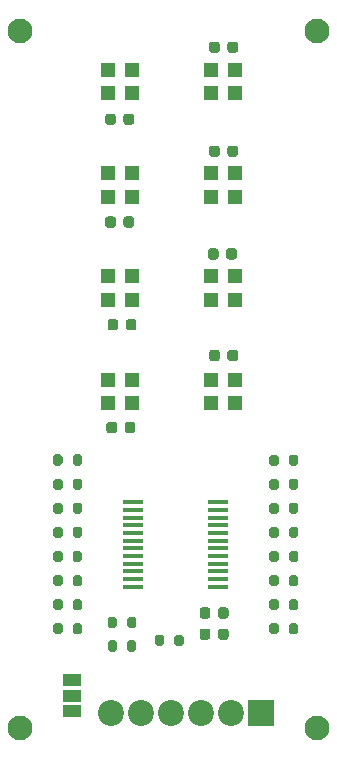
<source format=gts>
%TF.GenerationSoftware,KiCad,Pcbnew,(5.1.12)-1*%
%TF.CreationDate,2022-08-18T11:36:15-07:00*%
%TF.ProjectId,HighPressureSensorArray,48696768-5072-4657-9373-75726553656e,rev?*%
%TF.SameCoordinates,Original*%
%TF.FileFunction,Soldermask,Top*%
%TF.FilePolarity,Negative*%
%FSLAX46Y46*%
G04 Gerber Fmt 4.6, Leading zero omitted, Abs format (unit mm)*
G04 Created by KiCad (PCBNEW (5.1.12)-1) date 2022-08-18 11:36:15*
%MOMM*%
%LPD*%
G01*
G04 APERTURE LIST*
%ADD10R,1.750000X0.450000*%
%ADD11R,1.300000X1.300000*%
%ADD12C,2.100000*%
%ADD13R,1.500000X1.000000*%
%ADD14R,2.200000X2.200000*%
%ADD15C,2.200000*%
G04 APERTURE END LIST*
G36*
G01*
X125625000Y-44150000D02*
X125625000Y-43650000D01*
G75*
G02*
X125850000Y-43425000I225000J0D01*
G01*
X126300000Y-43425000D01*
G75*
G02*
X126525000Y-43650000I0J-225000D01*
G01*
X126525000Y-44150000D01*
G75*
G02*
X126300000Y-44375000I-225000J0D01*
G01*
X125850000Y-44375000D01*
G75*
G02*
X125625000Y-44150000I0J225000D01*
G01*
G37*
G36*
G01*
X124075000Y-44150000D02*
X124075000Y-43650000D01*
G75*
G02*
X124300000Y-43425000I225000J0D01*
G01*
X124750000Y-43425000D01*
G75*
G02*
X124975000Y-43650000I0J-225000D01*
G01*
X124975000Y-44150000D01*
G75*
G02*
X124750000Y-44375000I-225000J0D01*
G01*
X124300000Y-44375000D01*
G75*
G02*
X124075000Y-44150000I0J225000D01*
G01*
G37*
G36*
G01*
X124075000Y-52850000D02*
X124075000Y-52350000D01*
G75*
G02*
X124300000Y-52125000I225000J0D01*
G01*
X124750000Y-52125000D01*
G75*
G02*
X124975000Y-52350000I0J-225000D01*
G01*
X124975000Y-52850000D01*
G75*
G02*
X124750000Y-53075000I-225000J0D01*
G01*
X124300000Y-53075000D01*
G75*
G02*
X124075000Y-52850000I0J225000D01*
G01*
G37*
G36*
G01*
X125625000Y-52850000D02*
X125625000Y-52350000D01*
G75*
G02*
X125850000Y-52125000I225000J0D01*
G01*
X126300000Y-52125000D01*
G75*
G02*
X126525000Y-52350000I0J-225000D01*
G01*
X126525000Y-52850000D01*
G75*
G02*
X126300000Y-53075000I-225000J0D01*
G01*
X125850000Y-53075000D01*
G75*
G02*
X125625000Y-52850000I0J225000D01*
G01*
G37*
G36*
G01*
X125825000Y-61550000D02*
X125825000Y-61050000D01*
G75*
G02*
X126050000Y-60825000I225000J0D01*
G01*
X126500000Y-60825000D01*
G75*
G02*
X126725000Y-61050000I0J-225000D01*
G01*
X126725000Y-61550000D01*
G75*
G02*
X126500000Y-61775000I-225000J0D01*
G01*
X126050000Y-61775000D01*
G75*
G02*
X125825000Y-61550000I0J225000D01*
G01*
G37*
G36*
G01*
X124275000Y-61550000D02*
X124275000Y-61050000D01*
G75*
G02*
X124500000Y-60825000I225000J0D01*
G01*
X124950000Y-60825000D01*
G75*
G02*
X125175000Y-61050000I0J-225000D01*
G01*
X125175000Y-61550000D01*
G75*
G02*
X124950000Y-61775000I-225000J0D01*
G01*
X124500000Y-61775000D01*
G75*
G02*
X124275000Y-61550000I0J225000D01*
G01*
G37*
G36*
G01*
X124175000Y-70250000D02*
X124175000Y-69750000D01*
G75*
G02*
X124400000Y-69525000I225000J0D01*
G01*
X124850000Y-69525000D01*
G75*
G02*
X125075000Y-69750000I0J-225000D01*
G01*
X125075000Y-70250000D01*
G75*
G02*
X124850000Y-70475000I-225000J0D01*
G01*
X124400000Y-70475000D01*
G75*
G02*
X124175000Y-70250000I0J225000D01*
G01*
G37*
G36*
G01*
X125725000Y-70250000D02*
X125725000Y-69750000D01*
G75*
G02*
X125950000Y-69525000I225000J0D01*
G01*
X126400000Y-69525000D01*
G75*
G02*
X126625000Y-69750000I0J-225000D01*
G01*
X126625000Y-70250000D01*
G75*
G02*
X126400000Y-70475000I-225000J0D01*
G01*
X125950000Y-70475000D01*
G75*
G02*
X125725000Y-70250000I0J225000D01*
G01*
G37*
G36*
G01*
X133775000Y-37550000D02*
X133775000Y-38050000D01*
G75*
G02*
X133550000Y-38275000I-225000J0D01*
G01*
X133100000Y-38275000D01*
G75*
G02*
X132875000Y-38050000I0J225000D01*
G01*
X132875000Y-37550000D01*
G75*
G02*
X133100000Y-37325000I225000J0D01*
G01*
X133550000Y-37325000D01*
G75*
G02*
X133775000Y-37550000I0J-225000D01*
G01*
G37*
G36*
G01*
X135325000Y-37550000D02*
X135325000Y-38050000D01*
G75*
G02*
X135100000Y-38275000I-225000J0D01*
G01*
X134650000Y-38275000D01*
G75*
G02*
X134425000Y-38050000I0J225000D01*
G01*
X134425000Y-37550000D01*
G75*
G02*
X134650000Y-37325000I225000J0D01*
G01*
X135100000Y-37325000D01*
G75*
G02*
X135325000Y-37550000I0J-225000D01*
G01*
G37*
G36*
G01*
X135325000Y-46350000D02*
X135325000Y-46850000D01*
G75*
G02*
X135100000Y-47075000I-225000J0D01*
G01*
X134650000Y-47075000D01*
G75*
G02*
X134425000Y-46850000I0J225000D01*
G01*
X134425000Y-46350000D01*
G75*
G02*
X134650000Y-46125000I225000J0D01*
G01*
X135100000Y-46125000D01*
G75*
G02*
X135325000Y-46350000I0J-225000D01*
G01*
G37*
G36*
G01*
X133775000Y-46350000D02*
X133775000Y-46850000D01*
G75*
G02*
X133550000Y-47075000I-225000J0D01*
G01*
X133100000Y-47075000D01*
G75*
G02*
X132875000Y-46850000I0J225000D01*
G01*
X132875000Y-46350000D01*
G75*
G02*
X133100000Y-46125000I225000J0D01*
G01*
X133550000Y-46125000D01*
G75*
G02*
X133775000Y-46350000I0J-225000D01*
G01*
G37*
G36*
G01*
X135225000Y-55050000D02*
X135225000Y-55550000D01*
G75*
G02*
X135000000Y-55775000I-225000J0D01*
G01*
X134550000Y-55775000D01*
G75*
G02*
X134325000Y-55550000I0J225000D01*
G01*
X134325000Y-55050000D01*
G75*
G02*
X134550000Y-54825000I225000J0D01*
G01*
X135000000Y-54825000D01*
G75*
G02*
X135225000Y-55050000I0J-225000D01*
G01*
G37*
G36*
G01*
X133675000Y-55050000D02*
X133675000Y-55550000D01*
G75*
G02*
X133450000Y-55775000I-225000J0D01*
G01*
X133000000Y-55775000D01*
G75*
G02*
X132775000Y-55550000I0J225000D01*
G01*
X132775000Y-55050000D01*
G75*
G02*
X133000000Y-54825000I225000J0D01*
G01*
X133450000Y-54825000D01*
G75*
G02*
X133675000Y-55050000I0J-225000D01*
G01*
G37*
G36*
G01*
X133775000Y-63650000D02*
X133775000Y-64150000D01*
G75*
G02*
X133550000Y-64375000I-225000J0D01*
G01*
X133100000Y-64375000D01*
G75*
G02*
X132875000Y-64150000I0J225000D01*
G01*
X132875000Y-63650000D01*
G75*
G02*
X133100000Y-63425000I225000J0D01*
G01*
X133550000Y-63425000D01*
G75*
G02*
X133775000Y-63650000I0J-225000D01*
G01*
G37*
G36*
G01*
X135325000Y-63650000D02*
X135325000Y-64150000D01*
G75*
G02*
X135100000Y-64375000I-225000J0D01*
G01*
X134650000Y-64375000D01*
G75*
G02*
X134425000Y-64150000I0J225000D01*
G01*
X134425000Y-63650000D01*
G75*
G02*
X134650000Y-63425000I225000J0D01*
G01*
X135100000Y-63425000D01*
G75*
G02*
X135325000Y-63650000I0J-225000D01*
G01*
G37*
G36*
G01*
X132075000Y-85950000D02*
X132075000Y-85450000D01*
G75*
G02*
X132300000Y-85225000I225000J0D01*
G01*
X132750000Y-85225000D01*
G75*
G02*
X132975000Y-85450000I0J-225000D01*
G01*
X132975000Y-85950000D01*
G75*
G02*
X132750000Y-86175000I-225000J0D01*
G01*
X132300000Y-86175000D01*
G75*
G02*
X132075000Y-85950000I0J225000D01*
G01*
G37*
G36*
G01*
X133625000Y-85950000D02*
X133625000Y-85450000D01*
G75*
G02*
X133850000Y-85225000I225000J0D01*
G01*
X134300000Y-85225000D01*
G75*
G02*
X134525000Y-85450000I0J-225000D01*
G01*
X134525000Y-85950000D01*
G75*
G02*
X134300000Y-86175000I-225000J0D01*
G01*
X133850000Y-86175000D01*
G75*
G02*
X133625000Y-85950000I0J225000D01*
G01*
G37*
G36*
G01*
X133625000Y-87750000D02*
X133625000Y-87250000D01*
G75*
G02*
X133850000Y-87025000I225000J0D01*
G01*
X134300000Y-87025000D01*
G75*
G02*
X134525000Y-87250000I0J-225000D01*
G01*
X134525000Y-87750000D01*
G75*
G02*
X134300000Y-87975000I-225000J0D01*
G01*
X133850000Y-87975000D01*
G75*
G02*
X133625000Y-87750000I0J225000D01*
G01*
G37*
G36*
G01*
X132075000Y-87750000D02*
X132075000Y-87250000D01*
G75*
G02*
X132300000Y-87025000I225000J0D01*
G01*
X132750000Y-87025000D01*
G75*
G02*
X132975000Y-87250000I0J-225000D01*
G01*
X132975000Y-87750000D01*
G75*
G02*
X132750000Y-87975000I-225000J0D01*
G01*
X132300000Y-87975000D01*
G75*
G02*
X132075000Y-87750000I0J225000D01*
G01*
G37*
G36*
G01*
X138775000Y-74522958D02*
X138775000Y-75072958D01*
G75*
G02*
X138575000Y-75272958I-200000J0D01*
G01*
X138175000Y-75272958D01*
G75*
G02*
X137975000Y-75072958I0J200000D01*
G01*
X137975000Y-74522958D01*
G75*
G02*
X138175000Y-74322958I200000J0D01*
G01*
X138575000Y-74322958D01*
G75*
G02*
X138775000Y-74522958I0J-200000D01*
G01*
G37*
G36*
G01*
X140425000Y-74522958D02*
X140425000Y-75072958D01*
G75*
G02*
X140225000Y-75272958I-200000J0D01*
G01*
X139825000Y-75272958D01*
G75*
G02*
X139625000Y-75072958I0J200000D01*
G01*
X139625000Y-74522958D01*
G75*
G02*
X139825000Y-74322958I200000J0D01*
G01*
X140225000Y-74322958D01*
G75*
G02*
X140425000Y-74522958I0J-200000D01*
G01*
G37*
G36*
G01*
X140425000Y-72482142D02*
X140425000Y-73032142D01*
G75*
G02*
X140225000Y-73232142I-200000J0D01*
G01*
X139825000Y-73232142D01*
G75*
G02*
X139625000Y-73032142I0J200000D01*
G01*
X139625000Y-72482142D01*
G75*
G02*
X139825000Y-72282142I200000J0D01*
G01*
X140225000Y-72282142D01*
G75*
G02*
X140425000Y-72482142I0J-200000D01*
G01*
G37*
G36*
G01*
X138775000Y-72482142D02*
X138775000Y-73032142D01*
G75*
G02*
X138575000Y-73232142I-200000J0D01*
G01*
X138175000Y-73232142D01*
G75*
G02*
X137975000Y-73032142I0J200000D01*
G01*
X137975000Y-72482142D01*
G75*
G02*
X138175000Y-72282142I200000J0D01*
G01*
X138575000Y-72282142D01*
G75*
G02*
X138775000Y-72482142I0J-200000D01*
G01*
G37*
G36*
G01*
X140425000Y-78604590D02*
X140425000Y-79154590D01*
G75*
G02*
X140225000Y-79354590I-200000J0D01*
G01*
X139825000Y-79354590D01*
G75*
G02*
X139625000Y-79154590I0J200000D01*
G01*
X139625000Y-78604590D01*
G75*
G02*
X139825000Y-78404590I200000J0D01*
G01*
X140225000Y-78404590D01*
G75*
G02*
X140425000Y-78604590I0J-200000D01*
G01*
G37*
G36*
G01*
X138775000Y-78604590D02*
X138775000Y-79154590D01*
G75*
G02*
X138575000Y-79354590I-200000J0D01*
G01*
X138175000Y-79354590D01*
G75*
G02*
X137975000Y-79154590I0J200000D01*
G01*
X137975000Y-78604590D01*
G75*
G02*
X138175000Y-78404590I200000J0D01*
G01*
X138575000Y-78404590D01*
G75*
G02*
X138775000Y-78604590I0J-200000D01*
G01*
G37*
G36*
G01*
X138775000Y-76563774D02*
X138775000Y-77113774D01*
G75*
G02*
X138575000Y-77313774I-200000J0D01*
G01*
X138175000Y-77313774D01*
G75*
G02*
X137975000Y-77113774I0J200000D01*
G01*
X137975000Y-76563774D01*
G75*
G02*
X138175000Y-76363774I200000J0D01*
G01*
X138575000Y-76363774D01*
G75*
G02*
X138775000Y-76563774I0J-200000D01*
G01*
G37*
G36*
G01*
X140425000Y-76563774D02*
X140425000Y-77113774D01*
G75*
G02*
X140225000Y-77313774I-200000J0D01*
G01*
X139825000Y-77313774D01*
G75*
G02*
X139625000Y-77113774I0J200000D01*
G01*
X139625000Y-76563774D01*
G75*
G02*
X139825000Y-76363774I200000J0D01*
G01*
X140225000Y-76363774D01*
G75*
G02*
X140425000Y-76563774I0J-200000D01*
G01*
G37*
G36*
G01*
X138775000Y-82686222D02*
X138775000Y-83236222D01*
G75*
G02*
X138575000Y-83436222I-200000J0D01*
G01*
X138175000Y-83436222D01*
G75*
G02*
X137975000Y-83236222I0J200000D01*
G01*
X137975000Y-82686222D01*
G75*
G02*
X138175000Y-82486222I200000J0D01*
G01*
X138575000Y-82486222D01*
G75*
G02*
X138775000Y-82686222I0J-200000D01*
G01*
G37*
G36*
G01*
X140425000Y-82686222D02*
X140425000Y-83236222D01*
G75*
G02*
X140225000Y-83436222I-200000J0D01*
G01*
X139825000Y-83436222D01*
G75*
G02*
X139625000Y-83236222I0J200000D01*
G01*
X139625000Y-82686222D01*
G75*
G02*
X139825000Y-82486222I200000J0D01*
G01*
X140225000Y-82486222D01*
G75*
G02*
X140425000Y-82686222I0J-200000D01*
G01*
G37*
G36*
G01*
X140425000Y-80645406D02*
X140425000Y-81195406D01*
G75*
G02*
X140225000Y-81395406I-200000J0D01*
G01*
X139825000Y-81395406D01*
G75*
G02*
X139625000Y-81195406I0J200000D01*
G01*
X139625000Y-80645406D01*
G75*
G02*
X139825000Y-80445406I200000J0D01*
G01*
X140225000Y-80445406D01*
G75*
G02*
X140425000Y-80645406I0J-200000D01*
G01*
G37*
G36*
G01*
X138775000Y-80645406D02*
X138775000Y-81195406D01*
G75*
G02*
X138575000Y-81395406I-200000J0D01*
G01*
X138175000Y-81395406D01*
G75*
G02*
X137975000Y-81195406I0J200000D01*
G01*
X137975000Y-80645406D01*
G75*
G02*
X138175000Y-80445406I200000J0D01*
G01*
X138575000Y-80445406D01*
G75*
G02*
X138775000Y-80645406I0J-200000D01*
G01*
G37*
G36*
G01*
X140425000Y-86767857D02*
X140425000Y-87317857D01*
G75*
G02*
X140225000Y-87517857I-200000J0D01*
G01*
X139825000Y-87517857D01*
G75*
G02*
X139625000Y-87317857I0J200000D01*
G01*
X139625000Y-86767857D01*
G75*
G02*
X139825000Y-86567857I200000J0D01*
G01*
X140225000Y-86567857D01*
G75*
G02*
X140425000Y-86767857I0J-200000D01*
G01*
G37*
G36*
G01*
X138775000Y-86767857D02*
X138775000Y-87317857D01*
G75*
G02*
X138575000Y-87517857I-200000J0D01*
G01*
X138175000Y-87517857D01*
G75*
G02*
X137975000Y-87317857I0J200000D01*
G01*
X137975000Y-86767857D01*
G75*
G02*
X138175000Y-86567857I200000J0D01*
G01*
X138575000Y-86567857D01*
G75*
G02*
X138775000Y-86767857I0J-200000D01*
G01*
G37*
G36*
G01*
X138775000Y-84727038D02*
X138775000Y-85277038D01*
G75*
G02*
X138575000Y-85477038I-200000J0D01*
G01*
X138175000Y-85477038D01*
G75*
G02*
X137975000Y-85277038I0J200000D01*
G01*
X137975000Y-84727038D01*
G75*
G02*
X138175000Y-84527038I200000J0D01*
G01*
X138575000Y-84527038D01*
G75*
G02*
X138775000Y-84727038I0J-200000D01*
G01*
G37*
G36*
G01*
X140425000Y-84727038D02*
X140425000Y-85277038D01*
G75*
G02*
X140225000Y-85477038I-200000J0D01*
G01*
X139825000Y-85477038D01*
G75*
G02*
X139625000Y-85277038I0J200000D01*
G01*
X139625000Y-84727038D01*
G75*
G02*
X139825000Y-84527038I200000J0D01*
G01*
X140225000Y-84527038D01*
G75*
G02*
X140425000Y-84727038I0J-200000D01*
G01*
G37*
G36*
G01*
X119675000Y-85276016D02*
X119675000Y-84726016D01*
G75*
G02*
X119875000Y-84526016I200000J0D01*
G01*
X120275000Y-84526016D01*
G75*
G02*
X120475000Y-84726016I0J-200000D01*
G01*
X120475000Y-85276016D01*
G75*
G02*
X120275000Y-85476016I-200000J0D01*
G01*
X119875000Y-85476016D01*
G75*
G02*
X119675000Y-85276016I0J200000D01*
G01*
G37*
G36*
G01*
X121325000Y-85276016D02*
X121325000Y-84726016D01*
G75*
G02*
X121525000Y-84526016I200000J0D01*
G01*
X121925000Y-84526016D01*
G75*
G02*
X122125000Y-84726016I0J-200000D01*
G01*
X122125000Y-85276016D01*
G75*
G02*
X121925000Y-85476016I-200000J0D01*
G01*
X121525000Y-85476016D01*
G75*
G02*
X121325000Y-85276016I0J200000D01*
G01*
G37*
G36*
G01*
X119675000Y-87317857D02*
X119675000Y-86767857D01*
G75*
G02*
X119875000Y-86567857I200000J0D01*
G01*
X120275000Y-86567857D01*
G75*
G02*
X120475000Y-86767857I0J-200000D01*
G01*
X120475000Y-87317857D01*
G75*
G02*
X120275000Y-87517857I-200000J0D01*
G01*
X119875000Y-87517857D01*
G75*
G02*
X119675000Y-87317857I0J200000D01*
G01*
G37*
G36*
G01*
X121325000Y-87317857D02*
X121325000Y-86767857D01*
G75*
G02*
X121525000Y-86567857I200000J0D01*
G01*
X121925000Y-86567857D01*
G75*
G02*
X122125000Y-86767857I0J-200000D01*
G01*
X122125000Y-87317857D01*
G75*
G02*
X121925000Y-87517857I-200000J0D01*
G01*
X121525000Y-87517857D01*
G75*
G02*
X121325000Y-87317857I0J200000D01*
G01*
G37*
G36*
G01*
X119675000Y-81192344D02*
X119675000Y-80642344D01*
G75*
G02*
X119875000Y-80442344I200000J0D01*
G01*
X120275000Y-80442344D01*
G75*
G02*
X120475000Y-80642344I0J-200000D01*
G01*
X120475000Y-81192344D01*
G75*
G02*
X120275000Y-81392344I-200000J0D01*
G01*
X119875000Y-81392344D01*
G75*
G02*
X119675000Y-81192344I0J200000D01*
G01*
G37*
G36*
G01*
X121325000Y-81192344D02*
X121325000Y-80642344D01*
G75*
G02*
X121525000Y-80442344I200000J0D01*
G01*
X121925000Y-80442344D01*
G75*
G02*
X122125000Y-80642344I0J-200000D01*
G01*
X122125000Y-81192344D01*
G75*
G02*
X121925000Y-81392344I-200000J0D01*
G01*
X121525000Y-81392344D01*
G75*
G02*
X121325000Y-81192344I0J200000D01*
G01*
G37*
G36*
G01*
X121325000Y-83234180D02*
X121325000Y-82684180D01*
G75*
G02*
X121525000Y-82484180I200000J0D01*
G01*
X121925000Y-82484180D01*
G75*
G02*
X122125000Y-82684180I0J-200000D01*
G01*
X122125000Y-83234180D01*
G75*
G02*
X121925000Y-83434180I-200000J0D01*
G01*
X121525000Y-83434180D01*
G75*
G02*
X121325000Y-83234180I0J200000D01*
G01*
G37*
G36*
G01*
X119675000Y-83234180D02*
X119675000Y-82684180D01*
G75*
G02*
X119875000Y-82484180I200000J0D01*
G01*
X120275000Y-82484180D01*
G75*
G02*
X120475000Y-82684180I0J-200000D01*
G01*
X120475000Y-83234180D01*
G75*
G02*
X120275000Y-83434180I-200000J0D01*
G01*
X119875000Y-83434180D01*
G75*
G02*
X119675000Y-83234180I0J200000D01*
G01*
G37*
G36*
G01*
X119675000Y-77108672D02*
X119675000Y-76558672D01*
G75*
G02*
X119875000Y-76358672I200000J0D01*
G01*
X120275000Y-76358672D01*
G75*
G02*
X120475000Y-76558672I0J-200000D01*
G01*
X120475000Y-77108672D01*
G75*
G02*
X120275000Y-77308672I-200000J0D01*
G01*
X119875000Y-77308672D01*
G75*
G02*
X119675000Y-77108672I0J200000D01*
G01*
G37*
G36*
G01*
X121325000Y-77108672D02*
X121325000Y-76558672D01*
G75*
G02*
X121525000Y-76358672I200000J0D01*
G01*
X121925000Y-76358672D01*
G75*
G02*
X122125000Y-76558672I0J-200000D01*
G01*
X122125000Y-77108672D01*
G75*
G02*
X121925000Y-77308672I-200000J0D01*
G01*
X121525000Y-77308672D01*
G75*
G02*
X121325000Y-77108672I0J200000D01*
G01*
G37*
G36*
G01*
X121325000Y-79150508D02*
X121325000Y-78600508D01*
G75*
G02*
X121525000Y-78400508I200000J0D01*
G01*
X121925000Y-78400508D01*
G75*
G02*
X122125000Y-78600508I0J-200000D01*
G01*
X122125000Y-79150508D01*
G75*
G02*
X121925000Y-79350508I-200000J0D01*
G01*
X121525000Y-79350508D01*
G75*
G02*
X121325000Y-79150508I0J200000D01*
G01*
G37*
G36*
G01*
X119675000Y-79150508D02*
X119675000Y-78600508D01*
G75*
G02*
X119875000Y-78400508I200000J0D01*
G01*
X120275000Y-78400508D01*
G75*
G02*
X120475000Y-78600508I0J-200000D01*
G01*
X120475000Y-79150508D01*
G75*
G02*
X120275000Y-79350508I-200000J0D01*
G01*
X119875000Y-79350508D01*
G75*
G02*
X119675000Y-79150508I0J200000D01*
G01*
G37*
G36*
G01*
X119675000Y-73025000D02*
X119675000Y-72475000D01*
G75*
G02*
X119875000Y-72275000I200000J0D01*
G01*
X120275000Y-72275000D01*
G75*
G02*
X120475000Y-72475000I0J-200000D01*
G01*
X120475000Y-73025000D01*
G75*
G02*
X120275000Y-73225000I-200000J0D01*
G01*
X119875000Y-73225000D01*
G75*
G02*
X119675000Y-73025000I0J200000D01*
G01*
G37*
G36*
G01*
X121325000Y-73025000D02*
X121325000Y-72475000D01*
G75*
G02*
X121525000Y-72275000I200000J0D01*
G01*
X121925000Y-72275000D01*
G75*
G02*
X122125000Y-72475000I0J-200000D01*
G01*
X122125000Y-73025000D01*
G75*
G02*
X121925000Y-73225000I-200000J0D01*
G01*
X121525000Y-73225000D01*
G75*
G02*
X121325000Y-73025000I0J200000D01*
G01*
G37*
G36*
G01*
X121325000Y-75066836D02*
X121325000Y-74516836D01*
G75*
G02*
X121525000Y-74316836I200000J0D01*
G01*
X121925000Y-74316836D01*
G75*
G02*
X122125000Y-74516836I0J-200000D01*
G01*
X122125000Y-75066836D01*
G75*
G02*
X121925000Y-75266836I-200000J0D01*
G01*
X121525000Y-75266836D01*
G75*
G02*
X121325000Y-75066836I0J200000D01*
G01*
G37*
G36*
G01*
X119675000Y-75066836D02*
X119675000Y-74516836D01*
G75*
G02*
X119875000Y-74316836I200000J0D01*
G01*
X120275000Y-74316836D01*
G75*
G02*
X120475000Y-74516836I0J-200000D01*
G01*
X120475000Y-75066836D01*
G75*
G02*
X120275000Y-75266836I-200000J0D01*
G01*
X119875000Y-75266836D01*
G75*
G02*
X119675000Y-75066836I0J200000D01*
G01*
G37*
G36*
G01*
X126725000Y-88225000D02*
X126725000Y-88775000D01*
G75*
G02*
X126525000Y-88975000I-200000J0D01*
G01*
X126125000Y-88975000D01*
G75*
G02*
X125925000Y-88775000I0J200000D01*
G01*
X125925000Y-88225000D01*
G75*
G02*
X126125000Y-88025000I200000J0D01*
G01*
X126525000Y-88025000D01*
G75*
G02*
X126725000Y-88225000I0J-200000D01*
G01*
G37*
G36*
G01*
X125075000Y-88225000D02*
X125075000Y-88775000D01*
G75*
G02*
X124875000Y-88975000I-200000J0D01*
G01*
X124475000Y-88975000D01*
G75*
G02*
X124275000Y-88775000I0J200000D01*
G01*
X124275000Y-88225000D01*
G75*
G02*
X124475000Y-88025000I200000J0D01*
G01*
X124875000Y-88025000D01*
G75*
G02*
X125075000Y-88225000I0J-200000D01*
G01*
G37*
G36*
G01*
X125075000Y-86225000D02*
X125075000Y-86775000D01*
G75*
G02*
X124875000Y-86975000I-200000J0D01*
G01*
X124475000Y-86975000D01*
G75*
G02*
X124275000Y-86775000I0J200000D01*
G01*
X124275000Y-86225000D01*
G75*
G02*
X124475000Y-86025000I200000J0D01*
G01*
X124875000Y-86025000D01*
G75*
G02*
X125075000Y-86225000I0J-200000D01*
G01*
G37*
G36*
G01*
X126725000Y-86225000D02*
X126725000Y-86775000D01*
G75*
G02*
X126525000Y-86975000I-200000J0D01*
G01*
X126125000Y-86975000D01*
G75*
G02*
X125925000Y-86775000I0J200000D01*
G01*
X125925000Y-86225000D01*
G75*
G02*
X126125000Y-86025000I200000J0D01*
G01*
X126525000Y-86025000D01*
G75*
G02*
X126725000Y-86225000I0J-200000D01*
G01*
G37*
G36*
G01*
X129075000Y-87725000D02*
X129075000Y-88275000D01*
G75*
G02*
X128875000Y-88475000I-200000J0D01*
G01*
X128475000Y-88475000D01*
G75*
G02*
X128275000Y-88275000I0J200000D01*
G01*
X128275000Y-87725000D01*
G75*
G02*
X128475000Y-87525000I200000J0D01*
G01*
X128875000Y-87525000D01*
G75*
G02*
X129075000Y-87725000I0J-200000D01*
G01*
G37*
G36*
G01*
X130725000Y-87725000D02*
X130725000Y-88275000D01*
G75*
G02*
X130525000Y-88475000I-200000J0D01*
G01*
X130125000Y-88475000D01*
G75*
G02*
X129925000Y-88275000I0J200000D01*
G01*
X129925000Y-87725000D01*
G75*
G02*
X130125000Y-87525000I200000J0D01*
G01*
X130525000Y-87525000D01*
G75*
G02*
X130725000Y-87725000I0J-200000D01*
G01*
G37*
D10*
X133600000Y-83475000D03*
X133600000Y-82825000D03*
X133600000Y-82175000D03*
X133600000Y-81525000D03*
X133600000Y-80875000D03*
X133600000Y-80225000D03*
X133600000Y-79575000D03*
X133600000Y-78925000D03*
X133600000Y-78275000D03*
X133600000Y-77625000D03*
X133600000Y-76975000D03*
X133600000Y-76325000D03*
X126400000Y-76325000D03*
X126400000Y-76975000D03*
X126400000Y-77625000D03*
X126400000Y-78275000D03*
X126400000Y-78925000D03*
X126400000Y-79575000D03*
X126400000Y-80225000D03*
X126400000Y-80875000D03*
X126400000Y-81525000D03*
X126400000Y-82175000D03*
X126400000Y-82825000D03*
X126400000Y-83475000D03*
D11*
X135062600Y-65950400D03*
X135062600Y-67950400D03*
X133062600Y-65950400D03*
X133062600Y-67950400D03*
X135062600Y-57200400D03*
X135062600Y-59200400D03*
X133062600Y-57200400D03*
X133062600Y-59200400D03*
X135062600Y-48450400D03*
X135062600Y-50450400D03*
X133062600Y-48450400D03*
X133062600Y-50450400D03*
X133062600Y-41700400D03*
X133062600Y-39700400D03*
X135062600Y-41700400D03*
X135062600Y-39700400D03*
X124312600Y-41700400D03*
X124312600Y-39700400D03*
X126312600Y-41700400D03*
X126312600Y-39700400D03*
X126312600Y-48450400D03*
X126312600Y-50450400D03*
X124312600Y-48450400D03*
X124312600Y-50450400D03*
X124312600Y-59200400D03*
X124312600Y-57200400D03*
X126312600Y-59200400D03*
X126312600Y-57200400D03*
X124312600Y-67950400D03*
X124312600Y-65950400D03*
X126312600Y-67950400D03*
X126312600Y-65950400D03*
D12*
X116900000Y-36400000D03*
X142000000Y-36400000D03*
X142000000Y-95400000D03*
X116900000Y-95400000D03*
D13*
X121250000Y-94000000D03*
X121250000Y-91400000D03*
X121250000Y-92700000D03*
D14*
X137300000Y-94200000D03*
D15*
X134760000Y-94200000D03*
X132220000Y-94200000D03*
X129680000Y-94200000D03*
X127140000Y-94200000D03*
X124600000Y-94200000D03*
M02*

</source>
